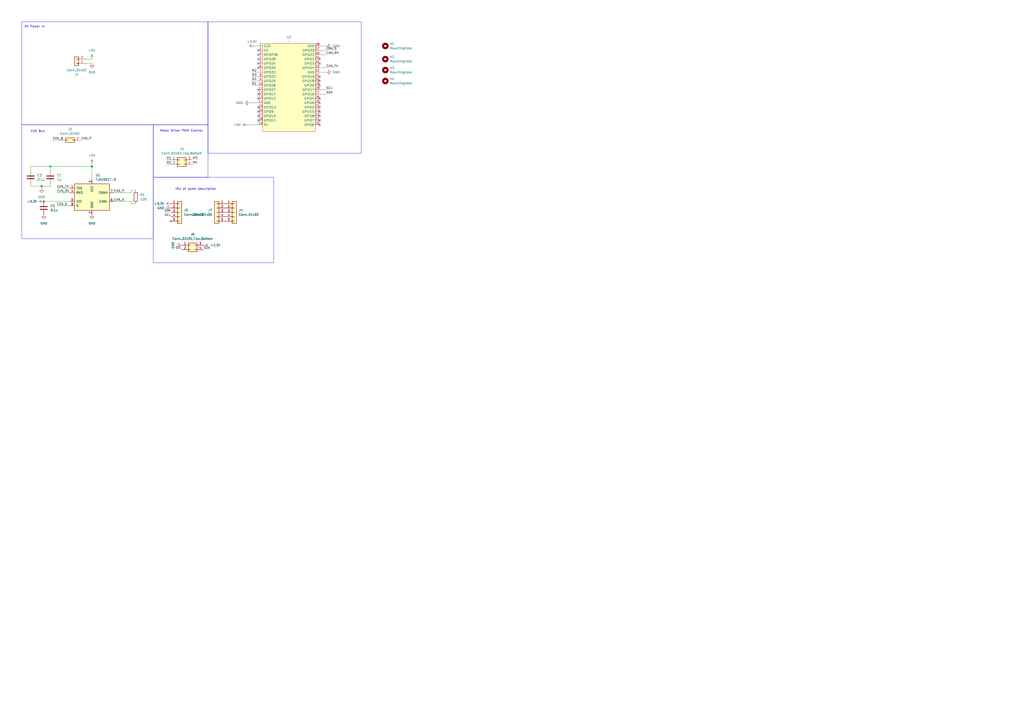
<source format=kicad_sch>
(kicad_sch (version 20250114) (generator "eeschema") (generator_version "9.0")
  (paper "A2")
  (lib_symbols
    (symbol "Connector_Generic:Conn_01x02" (pin_names (offset 1.016) (hide yes))
      (property "Reference" "J" (at 0 2.54 0))
      (property "Value" "Conn_01x02" (at 0 -5.08 0))
      (symbol "Conn_01x02_1_1"
        (rectangle (start -1.27 1.27) (end 1.27 -3.81) (stroke (width 0.254)) (fill (type background)))
        (rectangle (start -1.27 0.127) (end 0 -0.127) (stroke (width 0.1524)))
        (rectangle (start -1.27 -2.413) (end 0 -2.667) (stroke (width 0.1524)))
        (pin passive line (at -5.08 0 0) (length 3.81) (name "Pin_1") (number "1"))
        (pin passive line (at -5.08 -2.54 0) (length 3.81) (name "Pin_2") (number "2"))
      )
    )
    (symbol "Connector_Generic:Conn_01x05" (pin_names (offset 1.016) (hide yes))
      (property "Reference" "J" (at 0 7.62 0))
      (property "Value" "Conn_01x05" (at 0 -7.62 0))
      (symbol "Conn_01x05_1_1"
        (rectangle (start -1.27 6.35) (end 1.27 -6.35) (stroke (width 0.254)) (fill (type background)))
        (rectangle (start -1.27 5.207) (end 0 4.953) (stroke (width 0.1524)))
        (rectangle (start -1.27 2.667) (end 0 2.413) (stroke (width 0.1524)))
        (rectangle (start -1.27 0.127) (end 0 -0.127) (stroke (width 0.1524)))
        (rectangle (start -1.27 -2.413) (end 0 -2.667) (stroke (width 0.1524)))
        (rectangle (start -1.27 -4.953) (end 0 -5.207) (stroke (width 0.1524)))
        (pin passive line (at -5.08 5.08 0) (length 3.81) (name "Pin_1") (number "1"))
        (pin passive line (at -5.08 2.54 0) (length 3.81) (name "Pin_2") (number "2"))
        (pin passive line (at -5.08 0 0) (length 3.81) (name "Pin_3") (number "3"))
        (pin passive line (at -5.08 -2.54 0) (length 3.81) (name "Pin_4") (number "4"))
        (pin passive line (at -5.08 -5.08 0) (length 3.81) (name "Pin_5") (number "5"))
      )
    )
    (symbol "Connector_Generic:Conn_02x01" (pin_names (offset 1.016) (hide yes))
      (property "Reference" "J" (at 1.27 2.54 0))
      (property "Value" "Conn_02x01" (at 1.27 -2.54 0))
      (symbol "Conn_02x01_1_1"
        (rectangle (start -1.27 1.27) (end 3.81 -1.27) (stroke (width 0.254)) (fill (type background)))
        (rectangle (start -1.27 0.127) (end 0 -0.127) (stroke (width 0.1524)))
        (rectangle (start 3.81 0.127) (end 2.54 -0.127) (stroke (width 0.1524)))
        (pin passive line (at -5.08 0 0) (length 3.81) (name "Pin_1") (number "1"))
        (pin passive line (at 7.62 0 180) (length 3.81) (name "Pin_2") (number "2"))
      )
    )
    (symbol "Connector_Generic:Conn_02x02_Top_Bottom" (pin_names (offset 1.016) (hide yes))
      (property "Reference" "J" (at 1.27 2.54 0))
      (property "Value" "Conn_02x02_Top_Bottom" (at 1.27 -5.08 0))
      (symbol "Conn_02x02_Top_Bottom_1_1"
        (rectangle (start -1.27 1.27) (end 3.81 -3.81) (stroke (width 0.254)) (fill (type background)))
        (rectangle (start -1.27 0.127) (end 0 -0.127) (stroke (width 0.1524)))
        (rectangle (start -1.27 -2.413) (end 0 -2.667) (stroke (width 0.1524)))
        (rectangle (start 3.81 0.127) (end 2.54 -0.127) (stroke (width 0.1524)))
        (rectangle (start 3.81 -2.413) (end 2.54 -2.667) (stroke (width 0.1524)))
        (pin passive line (at -5.08 0 0) (length 3.81) (name "Pin_1") (number "1"))
        (pin passive line (at -5.08 -2.54 0) (length 3.81) (name "Pin_2") (number "2"))
        (pin passive line (at 7.62 0 180) (length 3.81) (name "Pin_3") (number "3"))
        (pin passive line (at 7.62 -2.54 180) (length 3.81) (name "Pin_4") (number "4"))
      )
    )
    (symbol "Device:C" (pin_numbers (hide yes)) (pin_names (offset 0.254))
      (property "Reference" "C" (at 0.635 2.54 0))
      (property "Value" "C" (at 0.635 -2.54 0))
      (symbol "C_0_1"
        (polyline (pts (xy -2.032 0.762) (xy 2.032 0.762)) (stroke (width 0.508)))
        (polyline (pts (xy -2.032 -0.762) (xy 2.032 -0.762)) (stroke (width 0.508)))
      )
      (symbol "C_1_1"
        (pin passive line (at 0 3.81 270) (length 2.794) (name "~") (number "1"))
        (pin passive line (at 0 -3.81 90) (length 2.794) (name "~") (number "2"))
      )
    )
    (symbol "Device:R" (pin_numbers (hide yes)) (pin_names (offset 0))
      (property "Reference" "R" (at 2.032 0 90))
      (property "Value" "R" (at 0 0 90))
      (symbol "R_0_1"
        (rectangle (start -1.016 -2.54) (end 1.016 2.54) (stroke (width 0.254)))
      )
      (symbol "R_1_1"
        (pin passive line (at 0 3.81 270) (length 1.27) (name "~") (number "1"))
        (pin passive line (at 0 -3.81 90) (length 1.27) (name "~") (number "2"))
      )
    )
    (symbol "ESP32-CP2102:ESP32-CP2102"
      (property "Reference" "U" (at 0 0 0))
      (symbol "ESP32-CP2102_1_1"
        (rectangle (start 0 50.8) (end 30.48 0) (fill (type background)))
        (pin power_in line (at -2.54 49.53 0) (length 2.54) (name "3.3V") (number "1"))
        (pin input line (at -2.54 46.99 0) (length 2.54) (name "EN") (number "2"))
        (pin bidirectional line (at -2.54 44.45 0) (length 2.54) (name "GPIOP36") (number "3"))
        (pin bidirectional line (at -2.54 41.91 0) (length 2.54) (name "GPIO39") (number "4"))
        (pin bidirectional line (at -2.54 39.37 0) (length 2.54) (name "GPIO34") (number "5"))
        (pin bidirectional line (at -2.54 36.83 0) (length 2.54) (name "GPIO35") (number "6"))
        (pin bidirectional line (at -2.54 34.29 0) (length 2.54) (name "GPIO32") (number "7"))
        (pin bidirectional line (at -2.54 31.75 0) (length 2.54) (name "GPIO33") (number "8"))
        (pin bidirectional line (at -2.54 29.21 0) (length 2.54) (name "GPIO25") (number "9"))
        (pin bidirectional line (at -2.54 26.67 0) (length 2.54) (name "GPIO26") (number "10"))
        (pin bidirectional line (at -2.54 24.13 0) (length 2.54) (name "GPIO27") (number "11"))
        (pin bidirectional line (at -2.54 21.59 0) (length 2.54) (name "GPIO14") (number "12"))
        (pin bidirectional line (at -2.54 19.05 0) (length 2.54) (name "GPIO12") (number "13"))
        (pin unspecified line (at -2.54 16.51 0) (length 2.54) (name "GND") (number "14"))
        (pin bidirectional line (at -2.54 13.97 0) (length 2.54) (name "GPIO13") (number "15"))
        (pin bidirectional line (at -2.54 11.43 0) (length 2.54) (name "GPIO9") (number "16"))
        (pin bidirectional line (at -2.54 8.89 0) (length 2.54) (name "GPIO10") (number "17"))
        (pin bidirectional line (at -2.54 6.35 0) (length 2.54) (name "GPIO11") (number "18"))
        (pin power_in line (at -2.54 3.81 0) (length 2.54) (name "5V") (number "19"))
        (pin power_in line (at 33.02 49.53 180) (length 2.54) (name "GND") (number "38"))
        (pin bidirectional line (at 33.02 46.99 180) (length 2.54) (name "GPIO23") (number "37"))
        (pin bidirectional line (at 33.02 44.45 180) (length 2.54) (name "GPIO22") (number "36"))
        (pin bidirectional line (at 33.02 41.91 180) (length 2.54) (name "GPIO1") (number "35"))
        (pin bidirectional line (at 33.02 39.37 180) (length 2.54) (name "GPIO3") (number "34"))
        (pin bidirectional line (at 33.02 36.83 180) (length 2.54) (name "GPIO21") (number "33"))
        (pin power_in line (at 33.02 34.29 180) (length 2.54) (name "GND") (number "32"))
        (pin bidirectional line (at 33.02 31.75 180) (length 2.54) (name "GPIO19") (number "31"))
        (pin bidirectional line (at 33.02 29.21 180) (length 2.54) (name "GPIO18") (number "30"))
        (pin bidirectional line (at 33.02 26.67 180) (length 2.54) (name "GPIO5") (number "29"))
        (pin bidirectional line (at 33.02 24.13 180) (length 2.54) (name "GPIO17") (number "28"))
        (pin bidirectional line (at 33.02 21.59 180) (length 2.54) (name "GPIO16") (number "27"))
        (pin bidirectional line (at 33.02 19.05 180) (length 2.54) (name "GPIO4") (number "26"))
        (pin bidirectional line (at 33.02 16.51 180) (length 2.54) (name "GPIO0") (number "25"))
        (pin bidirectional line (at 33.02 13.97 180) (length 2.54) (name "GPIO2") (number "24"))
        (pin bidirectional line (at 33.02 11.43 180) (length 2.54) (name "GPIO15") (number "23"))
        (pin bidirectional line (at 33.02 8.89 180) (length 2.54) (name "GPIO8") (number "22"))
        (pin bidirectional line (at 33.02 6.35 180) (length 2.54) (name "GPIO7") (number "21"))
        (pin bidirectional line (at 33.02 3.81 180) (length 2.54) (name "GPIO6") (number "20"))
      )
    )
    (symbol "Interface_CAN_LIN:TJA1051T-3" (pin_names (offset 1.016))
      (property "Reference" "U" (at -10.16 8.89 0))
      (property "Value" "TJA1051T-3" (at 1.27 8.89 0))
      (symbol "TJA1051T-3_0_1"
        (rectangle (start -10.16 7.62) (end 10.16 -7.62) (stroke (width 0.254)) (fill (type background)))
      )
      (symbol "TJA1051T-3_1_1"
        (pin input line (at -12.7 5.08 0) (length 2.54) (name "TXD") (number "1"))
        (pin output line (at -12.7 2.54 0) (length 2.54) (name "RXD") (number "4"))
        (pin power_in line (at -12.7 -2.54 0) (length 2.54) (name "VIO") (number "5"))
        (pin input line (at -12.7 -5.08 0) (length 2.54) (name "S") (number "8"))
        (pin power_in line (at 0 10.16 270) (length 2.54) (name "VCC") (number "3"))
        (pin power_in line (at 0 -10.16 90) (length 2.54) (name "GND") (number "2"))
        (pin bidirectional line (at 12.7 2.54 180) (length 2.54) (name "CANH") (number "7"))
        (pin bidirectional line (at 12.7 -2.54 180) (length 2.54) (name "CANL") (number "6"))
      )
    )
    (symbol "Mechanical:MountingHole" (pin_names (offset 1.016)) (exclude_from_sim yes) (in_bom no)
      (property "Reference" "H" (at 0 5.08 0))
      (property "Value" "MountingHole" (at 0 3.175 0))
      (symbol "MountingHole_0_1"
        (circle (center 0 0) (radius 1.27) (stroke (width 1.27)))
      )
    )
    (symbol "power:+3.3V" (power) (pin_numbers (hide yes)) (pin_names (offset 0) (hide yes))
      (property "Value" "+3.3V" (at 0 3.556 0))
      (symbol "+3.3V_0_1"
        (polyline (pts (xy -0.762 1.27) (xy 0 2.54)))
        (polyline (pts (xy 0 2.54) (xy 0.762 1.27)))
        (polyline (pts (xy 0 0) (xy 0 2.54)))
      )
      (symbol "+3.3V_1_1"
        (pin power_in line (at 0 0 90) (length 0) (name "~") (number "1"))
      )
    )
    (symbol "power:+5V" (power) (pin_numbers (hide yes)) (pin_names (offset 0) (hide yes))
      (property "Value" "+5V" (at 0 3.556 0))
      (symbol "+5V_0_1"
        (polyline (pts (xy -0.762 1.27) (xy 0 2.54)))
        (polyline (pts (xy 0 2.54) (xy 0.762 1.27)))
        (polyline (pts (xy 0 0) (xy 0 2.54)))
      )
      (symbol "+5V_1_1"
        (pin power_in line (at 0 0 90) (length 0) (name "~") (number "1"))
      )
    )
    (symbol "power:GND" (power) (pin_numbers (hide yes)) (pin_names (offset 0) (hide yes))
      (property "Value" "GND" (at 0 -3.81 0))
      (symbol "GND_0_1"
        (polyline (pts (xy 0 0) (xy 0 -1.27) (xy 1.27 -1.27) (xy 0 -2.54) (xy -1.27 -1.27) (xy 0 -1.27)))
      )
      (symbol "GND_1_1"
        (pin power_in line (at 0 0 270) (length 0) (name "~") (number "1"))
      )
    )
  )
  (rectangle (start 12.7 12.7) (end 120.65 72.39))
  (rectangle (start 120.65 12.7) (end 209.55 88.9))
  (rectangle (start 88.9 102.87) (end 158.75 152.4))
  (rectangle (start 88.9 72.39) (end 120.65 102.87))
  (rectangle (start 12.7 72.39) (end 88.9 138.43))
  (text "Motor Driver PWM Control" (at 105.156 75.946 0) (effects (font (size 1.27 1.27))))
  (text "CAN Bus" (at 21.844 76.2 0) (effects (font (size 1.27 1.27))))
  (text "IMU of some description\n" (at 113.538 109.728 0) (effects (font (size 1.27 1.27))))
  (text "5V Power In" (at 20.066 15.494 0) (effects (font (size 1.27 1.27))))
  (junction (at 53.34 96.52))
  (junction (at 24.13 107.95))
  (junction (at 25.4 116.84))
  (junction (at 29.21 96.52))
  (no_connect (at 185.42 67.31))
  (no_connect (at 149.86 62.23))
  (no_connect (at 185.42 34.29))
  (no_connect (at 185.42 36.83))
  (no_connect (at 185.42 59.69))
  (no_connect (at 149.86 31.75))
  (no_connect (at 149.86 36.83))
  (no_connect (at 185.42 69.85))
  (no_connect (at 149.86 39.37))
  (no_connect (at 185.42 57.15))
  (no_connect (at 149.86 52.07))
  (no_connect (at 149.86 29.21))
  (no_connect (at 149.86 67.31))
  (no_connect (at 149.86 54.61))
  (no_connect (at 149.86 64.77))
  (no_connect (at 185.42 64.77))
  (no_connect (at 149.86 57.15))
  (no_connect (at 149.86 69.85))
  (no_connect (at 185.42 49.53))
  (no_connect (at 185.42 72.39))
  (no_connect (at 185.42 62.23))
  (no_connect (at 185.42 44.45))
  (no_connect (at 99.06 128.27))
  (no_connect (at 149.86 34.29))
  (no_connect (at 185.42 46.99))
  (wire (pts (xy 30.48 81.28) (xy 34.29 81.28)))
  (wire (pts (xy 146.05 44.45) (xy 149.86 44.45)))
  (wire (pts (xy 29.21 107.95) (xy 24.13 107.95)))
  (wire (pts (xy 29.21 107.95) (xy 29.21 106.68)))
  (wire (pts (xy 189.23 26.67) (xy 185.42 26.67)))
  (wire (pts (xy 17.78 99.06) (xy 17.78 96.52)))
  (wire (pts (xy 76.2 118.11) (xy 78.74 118.11)))
  (wire (pts (xy 143.51 72.39) (xy 149.86 72.39)))
  (wire (pts (xy 146.05 41.91) (xy 149.86 41.91)))
  (wire (pts (xy 24.13 107.95) (xy 24.13 109.22)))
  (wire (pts (xy 185.42 31.75) (xy 189.23 31.75)))
  (wire (pts (xy 146.05 49.53) (xy 149.86 49.53)))
  (wire (pts (xy 96.52 92.71) (xy 99.06 92.71)))
  (wire (pts (xy 17.78 106.68) (xy 17.78 107.95)))
  (wire (pts (xy 76.2 110.49) (xy 76.2 111.76)))
  (wire (pts (xy 146.05 46.99) (xy 149.86 46.99)))
  (wire (pts (xy 189.23 39.37) (xy 185.42 39.37)))
  (wire (pts (xy 29.21 96.52) (xy 53.34 96.52)))
  (wire (pts (xy 76.2 116.84) (xy 76.2 118.11)))
  (wire (pts (xy 147.32 26.67) (xy 149.86 26.67)))
  (wire (pts (xy 17.78 107.95) (xy 24.13 107.95)))
  (wire (pts (xy 33.02 109.22) (xy 40.64 109.22)))
  (wire (pts (xy 185.42 52.07) (xy 189.23 52.07)))
  (wire (pts (xy 33.02 119.38) (xy 40.64 119.38)))
  (wire (pts (xy 53.34 95.25) (xy 53.34 96.52)))
  (wire (pts (xy 76.2 111.76) (xy 66.04 111.76)))
  (wire (pts (xy 78.74 110.49) (xy 76.2 110.49)))
  (wire (pts (xy 25.4 116.84) (xy 40.64 116.84)))
  (wire (pts (xy 144.78 59.69) (xy 149.86 59.69)))
  (wire (pts (xy 185.42 54.61) (xy 189.23 54.61)))
  (wire (pts (xy 33.02 111.76) (xy 40.64 111.76)))
  (wire (pts (xy 49.53 36.83) (xy 53.34 36.83)))
  (wire (pts (xy 96.52 95.25) (xy 99.06 95.25)))
  (wire (pts (xy 17.78 96.52) (xy 29.21 96.52)))
  (wire (pts (xy 185.42 29.21) (xy 189.23 29.21)))
  (wire (pts (xy 49.53 34.29) (xy 53.34 34.29)))
  (wire (pts (xy 66.04 116.84) (xy 76.2 116.84)))
  (wire (pts (xy 189.23 41.91) (xy 185.42 41.91)))
  (wire (pts (xy 53.34 96.52) (xy 53.34 104.14)))
  (wire (pts (xy 29.21 96.52) (xy 29.21 99.06)))
  (label "M2" (at 146.05 41.91 0))
  (label "SDA" (at 189.23 54.61 0))
  (label "CAN_RX" (at 33.02 111.76 0))
  (label "M2" (at 96.52 95.25 0))
  (label "M3" (at 111.76 92.71 0))
  (label "M4" (at 111.76 95.25 0))
  (label "CAN_P" (at 66.04 111.76 0))
  (label "M3" (at 146.05 44.45 0))
  (label "CAN_RX" (at 189.23 31.75 0))
  (label "M4" (at 146.05 46.99 0))
  (label "M1" (at 96.52 92.71 0))
  (label "CAN_S" (at 189.23 29.21 0))
  (label "CAN_N" (at 66.04 116.84 0))
  (label "CAN_S" (at 33.02 119.38 0))
  (label "SDA" (at 99.06 123.19 180))
  (label "SCL" (at 105.41 144.78 180))
  (label "SCL" (at 189.23 52.07 0))
  (label "M1" (at 146.05 49.53 0))
  (label "CAN_TX" (at 33.02 109.22 0))
  (label "SCL" (at 99.06 125.73 180))
  (label "CAN_TX" (at 189.23 39.37 0))
  (label "CAN_P" (at 46.99 81.28 0))
  (label "CAN_N" (at 30.48 81.28 0))
  (label "SDA" (at 118.11 144.78 0))
  (symbol (lib_id "power:GND") (at 53.34 36.83 0) (mirror y) (unit 1)
    (property "Reference" "#PWR083" (effects (hide yes)))
    (property "Value" "GND" (at 53.34 41.91 0))
    (property "Description" "Power symbol creates a global label with name \"GND\" , ground" (effects (hide yes)))
  )
  (symbol (lib_id "Connector_Generic:Conn_02x02_Top_Bottom") (at 104.14 92.71 0) (unit 1)
    (property "Reference" "J3" (at 105.41 86.36 0))
    (property "Value" "Conn_02x02_Top_Bottom" (at 105.41 88.9 0))
    (property "Footprint" "Connector_Molex:Molex_Micro-Fit_3.0_43045-0400_2x02_P3.00mm_Horizontal" (effects (hide yes)))
    (property "Description" "Generic connector, double row, 02x02, top/bottom pin numbering scheme (row 1: 1...pins_per_row, row2: pins_per_row+1 ... num_pins), script generated (kicad-library-utils/schlib/autogen/connector/)" (effects (hide yes)))
  )
  (symbol (lib_id "power:+3.3V") (at 147.32 26.67 90) (unit 1)
    (property "Reference" "#PWR01" (effects (hide yes)))
    (property "Value" "+3.3V" (at 146.05 24.13 90))
    (property "Description" "Power symbol creates a global label with name \"+3.3V\"" (effects (hide yes)))
  )
  (symbol (lib_id "Connector_Generic:Conn_02x01") (at 39.37 81.28 0) (unit 1)
    (property "Reference" "J2" (at 40.64 74.93 0))
    (property "Value" "Conn_02x01" (at 40.64 77.47 0))
    (property "Footprint" "Connector_Molex:Molex_Micro-Fit_3.0_43045-0200_2x01_P3.00mm_Horizontal" (effects (hide yes)))
    (property "Description" "Generic connector, double row, 02x01, this symbol is compatible with counter-clockwise, top-bottom and odd-even numbering schemes., script generated (kicad-library-utils/schlib/autogen/connector/)" (effects (hide yes)))
  )
  (symbol (lib_id "Device:R") (at 78.74 114.3 0) (unit 1)
    (property "Reference" "R1" (at 81.28 113.0299 0) (effects (justify left)))
    (property "Value" "120" (at 81.28 115.5699 0) (effects (justify left)))
    (property "Footprint" "Resistor_SMD:R_0805_2012Metric" (effects (hide yes)))
    (property "Description" "Resistor" (effects (hide yes)))
  )
  (symbol (lib_id "Connector_Generic:Conn_01x05") (at 104.14 123.19 0) (unit 1)
    (property "Reference" "J5" (at 106.68 121.9199 0) (effects (justify left)))
    (property "Value" "Conn_01x05" (at 106.68 124.4599 0) (effects (justify left)))
    (property "Footprint" "Connector_PinHeader_2.54mm:PinHeader_1x05_P2.54mm_Vertical" (effects (hide yes)))
    (property "Description" "Generic connector, single row, 01x05, script generated (kicad-library-utils/schlib/autogen/connector/)" (effects (hide yes)))
  )
  (symbol (lib_id "power:GND") (at 105.41 142.24 270) (mirror x) (unit 1)
    (property "Reference" "#PWR07" (effects (hide yes)))
    (property "Value" "GND" (at 100.33 142.24 0))
    (property "Description" "Power symbol creates a global label with name \"GND\" , ground" (effects (hide yes)))
  )
  (symbol (lib_id "Mechanical:MountingHole") (at 223.52 40.64 0) (unit 1) (exclude_from_sim yes) (in_bom no)
    (property "Reference" "H3" (at 226.06 39.3699 0) (effects (justify left)))
    (property "Value" "MountingHole" (at 226.06 41.9099 0) (effects (justify left)))
    (property "Footprint" "MountingHole:MountingHole_3.2mm_M3_Pad_TopBottom" (effects (hide yes)))
    (property "Description" "Mounting Hole without connection" (effects (hide yes)))
  )
  (symbol (lib_id "power:GND") (at 99.06 120.65 270) (unit 1)
    (property "Reference" "#PWR010" (effects (hide yes)))
    (property "Value" "GND" (at 95.25 120.6499 90) (effects (justify right)))
    (property "Description" "Power symbol creates a global label with name \"GND\" , ground" (effects (hide yes)))
  )
  (symbol (lib_id "Mechanical:MountingHole") (at 223.52 34.29 0) (unit 1) (exclude_from_sim yes) (in_bom no)
    (property "Reference" "H2" (at 226.06 33.0199 0) (effects (justify left)))
    (property "Value" "MountingHole" (at 226.06 35.5599 0) (effects (justify left)))
    (property "Footprint" "MountingHole:MountingHole_3.2mm_M3_Pad_TopBottom" (effects (hide yes)))
    (property "Description" "Mounting Hole without connection" (effects (hide yes)))
  )
  (symbol (lib_id "Device:C") (at 17.78 102.87 0) (unit 1)
    (property "Reference" "C3" (at 21.59 101.5999 0) (effects (justify left)))
    (property "Value" "0.1u" (at 21.59 104.1399 0) (effects (justify left)))
    (property "Footprint" "Capacitor_SMD:C_0805_2012Metric" (effects (hide yes)))
    (property "Description" "Unpolarized capacitor" (effects (hide yes)))
  )
  (symbol (lib_id "Connector_Generic:Conn_01x02") (at 44.45 36.83 180) (unit 1)
    (property "Reference" "J1" (at 44.45 43.18 0))
    (property "Value" "Conn_01x02" (at 44.45 40.64 0))
    (property "Footprint" "Connector_AMASS:AMASS_XT30PW-M_1x02_P2.50mm_Horizontal" (effects (hide yes)))
    (property "Description" "Generic connector, single row, 01x02, script generated (kicad-library-utils/schlib/autogen/connector/)" (effects (hide yes)))
  )
  (symbol (lib_id "ESP32-CP2102:ESP32-CP2102") (at 152.4 76.2 0) (unit 1)
    (property "Reference" "U2" (at 167.64 21.59 0))
    (property "Value" "~" (at 167.64 24.13 0))
    (property "Footprint" "local:Z_ESP32_DevKitC_38pin_socket" (effects (hide yes)))
  )
  (symbol (lib_id "power:GND") (at 53.34 124.46 0) (unit 1)
    (property "Reference" "#PWR02" (effects (hide yes)))
    (property "Value" "GND" (at 53.34 129.54 0))
    (property "Description" "Power symbol creates a global label with name \"GND\" , ground" (effects (hide yes)))
  )
  (symbol (lib_id "Device:C") (at 25.4 120.65 0) (unit 1)
    (property "Reference" "C2" (at 29.21 119.3799 0) (effects (justify left)))
    (property "Value" "0.1u" (at 29.21 121.9199 0) (effects (justify left)))
    (property "Footprint" "Capacitor_SMD:C_0805_2012Metric" (effects (hide yes)))
    (property "Description" "Unpolarized capacitor" (effects (hide yes)))
  )
  (symbol (lib_id "power:+3.3V") (at 118.11 142.24 270) (unit 1)
    (property "Reference" "#PWR08" (effects (hide yes)))
    (property "Value" "+3.3V" (at 121.92 142.2399 90) (effects (justify left)))
    (property "Description" "Power symbol creates a global label with name \"+3.3V\"" (effects (hide yes)))
  )
  (symbol (lib_id "Connector_Generic:Conn_01x05") (at 135.89 123.19 0) (unit 1)
    (property "Reference" "J4" (at 138.43 121.9199 0) (effects (justify left)))
    (property "Value" "Conn_01x05" (at 138.43 124.4599 0) (effects (justify left)))
    (property "Footprint" "Connector_PinHeader_2.54mm:PinHeader_1x05_P2.54mm_Vertical" (effects (hide yes)))
    (property "Description" "Generic connector, single row, 01x05, script generated (kicad-library-utils/schlib/autogen/connector/)" (effects (hide yes)))
  )
  (symbol (lib_id "Connector_Generic:Conn_02x02_Top_Bottom") (at 110.49 142.24 0) (unit 1)
    (property "Reference" "J6" (at 111.76 135.89 0))
    (property "Value" "Conn_02x02_Top_Bottom" (at 111.76 138.43 0))
    (property "Footprint" "Connector_Molex:Molex_Micro-Fit_3.0_43045-0400_2x02_P3.00mm_Horizontal" (effects (hide yes)))
    (property "Description" "Generic connector, double row, 02x02, top/bottom pin numbering scheme (row 1: 1...pins_per_row, row2: pins_per_row+1 ... num_pins), script generated (kicad-library-utils/schlib/autogen/connector/)" (effects (hide yes)))
  )
  (symbol (lib_id "Device:C") (at 29.21 102.87 0) (unit 1)
    (property "Reference" "C1" (at 33.02 101.5999 0) (effects (justify left)))
    (property "Value" "1u" (at 33.02 104.1399 0) (effects (justify left)))
    (property "Footprint" "Capacitor_SMD:C_0805_2012Metric" (effects (hide yes)))
    (property "Description" "Unpolarized capacitor" (effects (hide yes)))
  )
  (symbol (lib_id "power:+3.3V") (at 99.06 118.11 90) (unit 1)
    (property "Reference" "#PWR09" (effects (hide yes)))
    (property "Value" "+3.3V" (at 95.25 118.1099 90) (effects (justify left)))
    (property "Description" "Power symbol creates a global label with name \"+3.3V\"" (effects (hide yes)))
  )
  (symbol (lib_id "power:+3.3V") (at 25.4 116.84 90) (unit 1)
    (property "Reference" "#PWR04" (effects (hide yes)))
    (property "Value" "+3.3V" (at 21.59 116.8399 90) (effects (justify left)))
    (property "Description" "Power symbol creates a global label with name \"+3.3V\"" (effects (hide yes)))
  )
  (symbol (lib_id "power:GND") (at 189.23 26.67 90) (mirror x) (unit 1)
    (property "Reference" "#PWR015" (effects (hide yes)))
    (property "Value" "GND" (at 193.04 26.6699 90) (effects (justify right)))
    (property "Description" "Power symbol creates a global label with name \"GND\" , ground" (effects (hide yes)))
  )
  (symbol (lib_id "power:+5V") (at 143.51 72.39 90) (unit 1)
    (property "Reference" "#PWR013" (effects (hide yes)))
    (property "Value" "+5V" (at 139.7 72.3899 90) (effects (justify left)))
    (property "Description" "Power symbol creates a global label with name \"+5V\"" (effects (hide yes)))
  )
  (symbol (lib_id "power:GND") (at 189.23 41.91 90) (mirror x) (unit 1)
    (property "Reference" "#PWR016" (effects (hide yes)))
    (property "Value" "GND" (at 193.04 41.9099 90) (effects (justify right)))
    (property "Description" "Power symbol creates a global label with name \"GND\" , ground" (effects (hide yes)))
  )
  (symbol (lib_id "power:GND") (at 144.78 59.69 270) (mirror x) (unit 1)
    (property "Reference" "#PWR017" (effects (hide yes)))
    (property "Value" "GND" (at 140.97 59.6899 90) (effects (justify right)))
    (property "Description" "Power symbol creates a global label with name \"GND\" , ground" (effects (hide yes)))
  )
  (symbol (lib_id "power:GND") (at 24.13 109.22 0) (unit 1)
    (property "Reference" "#PWR05" (effects (hide yes)))
    (property "Value" "GND" (at 24.13 114.3 0))
    (property "Description" "Power symbol creates a global label with name \"GND\" , ground" (effects (hide yes)))
  )
  (symbol (lib_id "Mechanical:MountingHole") (at 223.52 46.99 0) (unit 1) (exclude_from_sim yes) (in_bom no)
    (property "Reference" "H4" (at 226.06 45.7199 0) (effects (justify left)))
    (property "Value" "MountingHole" (at 226.06 48.2599 0) (effects (justify left)))
    (property "Footprint" "MountingHole:MountingHole_3.2mm_M3_Pad_TopBottom" (effects (hide yes)))
    (property "Description" "Mounting Hole without connection" (effects (hide yes)))
  )
  (symbol (lib_id "power:GND") (at 25.4 124.46 0) (unit 1)
    (property "Reference" "#PWR06" (effects (hide yes)))
    (property "Value" "GND" (at 25.4 129.54 0))
    (property "Description" "Power symbol creates a global label with name \"GND\" , ground" (effects (hide yes)))
  )
  (symbol (lib_id "power:+5V") (at 53.34 95.25 0) (unit 1)
    (property "Reference" "#PWR03" (effects (hide yes)))
    (property "Value" "+5V" (at 53.34 90.17 0))
    (property "Description" "Power symbol creates a global label with name \"+5V\"" (effects (hide yes)))
  )
  (symbol (lib_id "power:+5V") (at 53.34 34.29 0) (unit 1)
    (property "Reference" "#PWR084" (effects (hide yes)))
    (property "Value" "+5V" (at 53.34 29.21 0))
    (property "Description" "Power symbol creates a global label with name \"+5V\"" (effects (hide yes)))
  )
  (symbol (lib_id "Connector_Generic:Conn_01x05") (at 125.73 123.19 0) (mirror y) (unit 1)
    (property "Reference" "J7" (at 123.19 121.9199 0) (effects (justify left)))
    (property "Value" "Conn_01x05" (at 123.19 124.4599 0) (effects (justify left)))
    (property "Footprint" "Connector_PinHeader_2.54mm:PinHeader_1x05_P2.54mm_Vertical" (effects (hide yes)))
    (property "Description" "Generic connector, single row, 01x05, script generated (kicad-library-utils/schlib/autogen/connector/)" (effects (hide yes)))
  )
  (symbol (lib_id "Interface_CAN_LIN:TJA1051T-3") (at 53.34 114.3 0) (unit 1)
    (property "Reference" "U1" (at 55.4833 101.6 0) (effects (justify left)))
    (property "Value" "TJA1051T-3" (at 55.4833 104.14 0) (effects (justify left)))
    (property "Footprint" "Package_SO:SOIC-8_3.9x4.9mm_P1.27mm" (effects (hide yes)))
    (property "Datasheet" "http://www.nxp.com/docs/en/data-sheet/TJA1051.pdf" (effects (hide yes)))
    (property "Description" "High-Speed CAN Transceiver, separate VIO, silent mode, SOIC-8" (effects (hide yes)))
  )
  (symbol (lib_id "Mechanical:MountingHole") (at 223.52 26.67 0) (unit 1) (exclude_from_sim yes) (in_bom no)
    (property "Reference" "H1" (at 226.06 25.3999 0) (effects (justify left)))
    (property "Value" "MountingHole" (at 226.06 27.9399 0) (effects (justify left)))
    (property "Footprint" "MountingHole:MountingHole_3.2mm_M3_Pad_TopBottom" (effects (hide yes)))
    (property "Description" "Mounting Hole without connection" (effects (hide yes)))
  )
)
</source>
